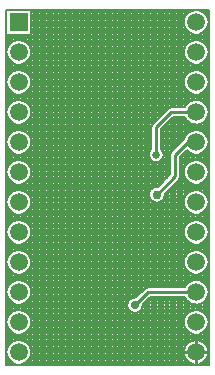
<source format=gbl>
*
%LPD*%
%LNMS 2x2D12 Adapter to DIL24_Rev1.0.GBL*%
%FSLAX24Y24*%
%MOIN*%
%AD*%
%ADD10C,0.00787*%
%ADD14C,0.01*%
%ADD15C,0.05906*%
%ADD16C,0.05906*%
%ADD17R,0.05906X0.05906*%
%ADD18C,0.02874*%
%ADD19C,0.02658*%
%ADD20C,0.02953*%
G54D10*
%SRX1Y1I0.0J0.0*%
G1X6323Y5000D2*
G1X6311Y5099D1*
G1X6275Y5192D1*
G1X6219Y5274D1*
G1X6144Y5340D1*
G1X6056Y5387D1*
G1X5959Y5410D1*
G1X5860Y5410D1*
G1X5763Y5387D1*
G1X5675Y5340D1*
G1X5600Y5274D1*
G1X5543Y5192D1*
G1X5508Y5099D1*
G1X5496Y5000D1*
G1X5508Y4901D1*
G1X5543Y4808D1*
G1X5600Y4726D1*
G1X5675Y4660D1*
G1X5763Y4614D1*
G1X5860Y4590D1*
G1X5959Y4590D1*
G1X6056Y4614D1*
G1X6144Y4660D1*
G1X6219Y4726D1*
G1X6275Y4808D1*
G1X6311Y4901D1*
G1X6323Y5000D1*
G1X6323Y4000D2*
G1X6311Y4099D1*
G1X6275Y4192D1*
G1X6219Y4274D1*
G1X6144Y4340D1*
G1X6056Y4387D1*
G1X5959Y4410D1*
G1X5860Y4410D1*
G1X5763Y4387D1*
G1X5675Y4340D1*
G1X5600Y4274D1*
G1X5543Y4192D1*
G1X5508Y4099D1*
G1X5496Y4000D1*
G1X5508Y3901D1*
G1X5543Y3808D1*
G1X5600Y3726D1*
G1X5675Y3660D1*
G1X5763Y3614D1*
G1X5860Y3590D1*
G1X5959Y3590D1*
G1X6056Y3614D1*
G1X6144Y3660D1*
G1X6219Y3726D1*
G1X6275Y3808D1*
G1X6311Y3901D1*
G1X6323Y4000D1*
G1X6323Y3000D2*
G1X6311Y3099D1*
G1X6275Y3192D1*
G1X6219Y3274D1*
G1X6144Y3340D1*
G1X6056Y3387D1*
G1X5959Y3410D1*
G1X5860Y3410D1*
G1X5763Y3387D1*
G1X5675Y3340D1*
G1X5600Y3274D1*
G1X5543Y3192D1*
G1X5508Y3099D1*
G1X5496Y3000D1*
G1X5508Y2901D1*
G1X5543Y2808D1*
G1X5600Y2726D1*
G1X5675Y2660D1*
G1X5763Y2614D1*
G1X5860Y2590D1*
G1X5959Y2590D1*
G1X6056Y2614D1*
G1X6144Y2660D1*
G1X6219Y2726D1*
G1X6275Y2808D1*
G1X6311Y2901D1*
G1X6323Y3000D1*
G1X6323Y2000D2*
G1X6310Y2101D1*
G1X6273Y2196D1*
G1X6214Y2280D1*
G1X6136Y2346D1*
G1X6045Y2391D1*
G1X5945Y2412D1*
G1X5843Y2408D1*
G1X5745Y2379D1*
G1X5657Y2327D1*
G1X5584Y2256D1*
G1X5532Y2168D1*
G1X5532Y1832D2*
G1X5584Y1745D1*
G1X5657Y1673D1*
G1X5745Y1621D1*
G1X5843Y1592D1*
G1X5945Y1588D1*
G1X6045Y1609D1*
G1X6136Y1654D1*
G1X6214Y1721D1*
G1X6273Y1804D1*
G1X6310Y1899D1*
G1X6323Y2000D1*
G1X6323Y1000D2*
G1X6311Y1098D1*
G1X6277Y1190D1*
G1X6221Y1271D1*
G1X6148Y1337D1*
G1X6062Y1384D1*
G1X5967Y1409D1*
G1X5868Y1411D1*
G1X5772Y1390D1*
G1X5684Y1347D1*
G1X5608Y1283D1*
G1X5550Y1204D1*
G1X5512Y1113D1*
G1X5600Y726D2*
G1X5675Y660D1*
G1X5763Y614D1*
G1X5860Y590D1*
G1X5959Y590D1*
G1X6056Y614D1*
G1X6144Y660D1*
G1X6219Y726D1*
G1X6275Y808D1*
G1X6311Y901D1*
G1X6323Y1000D1*
G1X6323Y0D2*
G1X6311Y99D1*
G1X6275Y192D1*
G1X6219Y274D1*
G1X6144Y340D1*
G1X6056Y387D1*
G1X5959Y410D1*
G1X5860Y410D1*
G1X5763Y387D1*
G1X5675Y340D1*
G1X5600Y274D1*
G1X5543Y192D1*
G1X5508Y99D1*
G1X5496Y0D1*
G1X5508Y-99D1*
G1X5543Y-192D1*
G1X5600Y-274D1*
G1X5675Y-340D1*
G1X5763Y-387D1*
G1X5860Y-410D1*
G1X5959Y-410D1*
G1X6056Y-387D1*
G1X6144Y-340D1*
G1X6219Y-274D1*
G1X6275Y-192D1*
G1X6311Y-99D1*
G1X6323Y0D1*
G1X5086Y2168D2*
G1X4967Y2119D1*
G1X5086Y2168D2*
G1X4967Y2119D1*
G1X4461Y1613D2*
G1X4412Y1494D1*
G1X4461Y1613D2*
G1X4412Y1494D1*
G1X5098Y699D2*
G1X5048Y580D1*
G1X5098Y699D2*
G1X5048Y580D1*
G1X5335Y-247D2*
G1X5385Y-129D1*
G1X5335Y-247D2*
G1X5385Y-129D1*
G1X4831Y580D2*
G1X4809Y682D1*
G1X4748Y767D1*
G1X4412Y767D2*
G1X4353Y687D1*
G1X4329Y591D1*
G1X4345Y493D1*
G1X4397Y408D1*
G1X4478Y351D1*
G1X4575Y329D1*
G1X4672Y347D1*
G1X4756Y401D1*
G1X4811Y483D1*
G1X4831Y580D1*
G1X6323Y-1000D2*
G1X6311Y-901D1*
G1X6275Y-808D1*
G1X6219Y-726D1*
G1X6144Y-660D1*
G1X6056Y-614D1*
G1X5959Y-590D1*
G1X5860Y-590D1*
G1X5763Y-614D1*
G1X5675Y-660D1*
G1X5600Y-726D1*
G1X5543Y-808D1*
G1X5508Y-901D1*
G1X5496Y-1000D1*
G1X5508Y-1099D1*
G1X5543Y-1192D1*
G1X5600Y-1274D1*
G1X5675Y-1340D1*
G1X5763Y-1387D1*
G1X5860Y-1410D1*
G1X5959Y-1410D1*
G1X6056Y-1387D1*
G1X6144Y-1340D1*
G1X6219Y-1274D1*
G1X6275Y-1192D1*
G1X6311Y-1099D1*
G1X6323Y-1000D1*
G1X6323Y-2000D2*
G1X6311Y-1901D1*
G1X6275Y-1808D1*
G1X6219Y-1726D1*
G1X6144Y-1660D1*
G1X6056Y-1614D1*
G1X5959Y-1590D1*
G1X5860Y-1590D1*
G1X5763Y-1614D1*
G1X5675Y-1660D1*
G1X5600Y-1726D1*
G1X5543Y-1808D1*
G1X5508Y-1901D1*
G1X5496Y-2000D1*
G1X5508Y-2099D1*
G1X5543Y-2192D1*
G1X5600Y-2274D1*
G1X5675Y-2340D1*
G1X5763Y-2387D1*
G1X5860Y-2410D1*
G1X5959Y-2410D1*
G1X6056Y-2387D1*
G1X6144Y-2340D1*
G1X6219Y-2274D1*
G1X6275Y-2192D1*
G1X6311Y-2099D1*
G1X6323Y-2000D1*
G1X6323Y-3000D2*
G1X6311Y-2901D1*
G1X6275Y-2808D1*
G1X6219Y-2726D1*
G1X6144Y-2660D1*
G1X6056Y-2614D1*
G1X5959Y-2590D1*
G1X5860Y-2590D1*
G1X5763Y-2614D1*
G1X5675Y-2660D1*
G1X5600Y-2726D1*
G1X5543Y-2808D1*
G1X5508Y-2901D1*
G1X5496Y-3000D1*
G1X5508Y-3099D1*
G1X5543Y-3192D1*
G1X5600Y-3274D1*
G1X5675Y-3340D1*
G1X5763Y-3387D1*
G1X5860Y-3410D1*
G1X5959Y-3410D1*
G1X6056Y-3387D1*
G1X6144Y-3340D1*
G1X6219Y-3274D1*
G1X6275Y-3192D1*
G1X6311Y-3099D1*
G1X6323Y-3000D1*
G1X6323Y-4000D2*
G1X6310Y-3899D1*
G1X6273Y-3804D1*
G1X6214Y-3721D1*
G1X6136Y-3654D1*
G1X6045Y-3609D1*
G1X5945Y-3588D1*
G1X5843Y-3592D1*
G1X5745Y-3621D1*
G1X5657Y-3673D1*
G1X5584Y-3745D1*
G1X5532Y-3832D1*
G1X5532Y-4168D2*
G1X5584Y-4256D1*
G1X5657Y-4327D1*
G1X5745Y-4379D1*
G1X5843Y-4408D1*
G1X5945Y-4412D1*
G1X6045Y-4391D1*
G1X6136Y-4346D1*
G1X6214Y-4280D1*
G1X6273Y-4196D1*
G1X6310Y-4101D1*
G1X6323Y-4000D1*
G1X6323Y-5000D2*
G1X6311Y-4901D1*
G1X6275Y-4808D1*
G1X6219Y-4726D1*
G1X6144Y-4660D1*
G1X6056Y-4614D1*
G1X5959Y-4590D1*
G1X5860Y-4590D1*
G1X5763Y-4614D1*
G1X5675Y-4660D1*
G1X5600Y-4726D1*
G1X5543Y-4808D1*
G1X5508Y-4901D1*
G1X5496Y-5000D1*
G1X5508Y-5099D1*
G1X5543Y-5192D1*
G1X5600Y-5274D1*
G1X5675Y-5340D1*
G1X5763Y-5387D1*
G1X5860Y-5410D1*
G1X5959Y-5410D1*
G1X6056Y-5387D1*
G1X6144Y-5340D1*
G1X6219Y-5274D1*
G1X6275Y-5192D1*
G1X6311Y-5099D1*
G1X6323Y-5000D1*
G1X6323Y-6000D2*
G1X6311Y-5901D1*
G1X6275Y-5808D1*
G1X6219Y-5726D1*
G1X6144Y-5660D1*
G1X6056Y-5614D1*
G1X5959Y-5590D1*
G1X5860Y-5590D1*
G1X5763Y-5614D1*
G1X5675Y-5660D1*
G1X5600Y-5726D1*
G1X5543Y-5808D1*
G1X5508Y-5901D1*
G1X5496Y-6000D1*
G1X5508Y-6099D1*
G1X5543Y-6192D1*
G1X5600Y-6274D1*
G1X5675Y-6340D1*
G1X5763Y-6387D1*
G1X5860Y-6410D1*
G1X5959Y-6410D1*
G1X6056Y-6387D1*
G1X6144Y-6340D1*
G1X6219Y-6274D1*
G1X6275Y-6192D1*
G1X6311Y-6099D1*
G1X6323Y-6000D1*
G1X4623Y-485D2*
G1X4525Y-493D1*
G1X4437Y-536D1*
G1X4371Y-608D1*
G1X4335Y-699D1*
G1X4335Y-797D1*
G1X4370Y-888D1*
G1X4435Y-960D1*
G1X4523Y-1004D1*
G1X4620Y-1014D1*
G1X4714Y-987D1*
G1X4792Y-928D1*
G1X4844Y-845D1*
G1X4862Y-749D1*
G1X4309Y-3832D2*
G1X4190Y-3881D1*
G1X4309Y-3832D2*
G1X4190Y-3881D1*
G1X3900Y-4171D2*
G1X3805Y-4180D1*
G1X3719Y-4223D1*
G1X3654Y-4294D1*
G1X3620Y-4384D1*
G1X3620Y-4480D1*
G1X3655Y-4570D1*
G1X3720Y-4641D1*
G1X3806Y-4683D1*
G1X3902Y-4692D1*
G1X3994Y-4666D1*
G1X4071Y-4608D1*
G1X4121Y-4526D1*
G1X4139Y-4431D1*
G1X413Y4000D2*
G1X401Y4099D1*
G1X366Y4192D1*
G1X309Y4274D1*
G1X235Y4340D1*
G1X147Y4387D1*
G1X50Y4410D1*
G1X-50Y4410D1*
G1X-147Y4387D1*
G1X-235Y4340D1*
G1X-309Y4274D1*
G1X-366Y4192D1*
G1X-401Y4099D1*
G1X-413Y4000D1*
G1X-401Y3901D1*
G1X-366Y3808D1*
G1X-309Y3726D1*
G1X-235Y3660D1*
G1X-147Y3614D1*
G1X-50Y3590D1*
G1X50Y3590D1*
G1X147Y3614D1*
G1X235Y3660D1*
G1X309Y3726D1*
G1X366Y3808D1*
G1X401Y3901D1*
G1X413Y4000D1*
G1X413Y3000D2*
G1X401Y3099D1*
G1X366Y3192D1*
G1X309Y3274D1*
G1X235Y3340D1*
G1X147Y3387D1*
G1X50Y3410D1*
G1X-50Y3410D1*
G1X-147Y3387D1*
G1X-235Y3340D1*
G1X-309Y3274D1*
G1X-366Y3192D1*
G1X-401Y3099D1*
G1X-413Y3000D1*
G1X-401Y2901D1*
G1X-366Y2808D1*
G1X-309Y2726D1*
G1X-235Y2660D1*
G1X-147Y2614D1*
G1X-50Y2590D1*
G1X50Y2590D1*
G1X147Y2614D1*
G1X235Y2660D1*
G1X309Y2726D1*
G1X366Y2808D1*
G1X401Y2901D1*
G1X413Y3000D1*
G1X413Y2000D2*
G1X401Y2099D1*
G1X366Y2192D1*
G1X309Y2274D1*
G1X235Y2340D1*
G1X147Y2387D1*
G1X50Y2410D1*
G1X-50Y2410D1*
G1X-147Y2387D1*
G1X-235Y2340D1*
G1X-309Y2274D1*
G1X-366Y2192D1*
G1X-401Y2099D1*
G1X-413Y2000D1*
G1X-401Y1901D1*
G1X-366Y1808D1*
G1X-309Y1726D1*
G1X-235Y1660D1*
G1X-147Y1614D1*
G1X-50Y1590D1*
G1X50Y1590D1*
G1X147Y1614D1*
G1X235Y1660D1*
G1X309Y1726D1*
G1X366Y1808D1*
G1X401Y1901D1*
G1X413Y2000D1*
G1X413Y1000D2*
G1X401Y1099D1*
G1X366Y1192D1*
G1X309Y1274D1*
G1X235Y1340D1*
G1X147Y1387D1*
G1X50Y1410D1*
G1X-50Y1410D1*
G1X-147Y1387D1*
G1X-235Y1340D1*
G1X-309Y1274D1*
G1X-366Y1192D1*
G1X-401Y1099D1*
G1X-413Y1000D1*
G1X-401Y901D1*
G1X-366Y808D1*
G1X-309Y726D1*
G1X-235Y660D1*
G1X-147Y614D1*
G1X-50Y590D1*
G1X50Y590D1*
G1X147Y614D1*
G1X235Y660D1*
G1X309Y726D1*
G1X366Y808D1*
G1X401Y901D1*
G1X413Y1000D1*
G1X413Y0D2*
G1X401Y99D1*
G1X366Y192D1*
G1X309Y274D1*
G1X235Y340D1*
G1X147Y387D1*
G1X50Y410D1*
G1X-50Y410D1*
G1X-147Y387D1*
G1X-235Y340D1*
G1X-309Y274D1*
G1X-366Y192D1*
G1X-401Y99D1*
G1X-413Y0D1*
G1X-401Y-99D1*
G1X-366Y-192D1*
G1X-309Y-274D1*
G1X-235Y-340D1*
G1X-147Y-387D1*
G1X-50Y-410D1*
G1X50Y-410D1*
G1X147Y-387D1*
G1X235Y-340D1*
G1X309Y-274D1*
G1X366Y-192D1*
G1X401Y-99D1*
G1X413Y0D1*
G1X413Y-1000D2*
G1X401Y-901D1*
G1X366Y-808D1*
G1X309Y-726D1*
G1X235Y-660D1*
G1X147Y-614D1*
G1X50Y-590D1*
G1X-50Y-590D1*
G1X-147Y-614D1*
G1X-235Y-660D1*
G1X-309Y-726D1*
G1X-366Y-808D1*
G1X-401Y-901D1*
G1X-413Y-1000D1*
G1X-401Y-1099D1*
G1X-366Y-1192D1*
G1X-309Y-1274D1*
G1X-235Y-1340D1*
G1X-147Y-1387D1*
G1X-50Y-1410D1*
G1X50Y-1410D1*
G1X147Y-1387D1*
G1X235Y-1340D1*
G1X309Y-1274D1*
G1X366Y-1192D1*
G1X401Y-1099D1*
G1X413Y-1000D1*
G1X413Y-2000D2*
G1X401Y-1901D1*
G1X366Y-1808D1*
G1X309Y-1726D1*
G1X235Y-1660D1*
G1X147Y-1614D1*
G1X50Y-1590D1*
G1X-50Y-1590D1*
G1X-147Y-1614D1*
G1X-235Y-1660D1*
G1X-309Y-1726D1*
G1X-366Y-1808D1*
G1X-401Y-1901D1*
G1X-413Y-2000D1*
G1X-401Y-2099D1*
G1X-366Y-2192D1*
G1X-309Y-2274D1*
G1X-235Y-2340D1*
G1X-147Y-2387D1*
G1X-50Y-2410D1*
G1X50Y-2410D1*
G1X147Y-2387D1*
G1X235Y-2340D1*
G1X309Y-2274D1*
G1X366Y-2192D1*
G1X401Y-2099D1*
G1X413Y-2000D1*
G1X413Y-3000D2*
G1X401Y-2901D1*
G1X366Y-2808D1*
G1X309Y-2726D1*
G1X235Y-2660D1*
G1X147Y-2614D1*
G1X50Y-2590D1*
G1X-50Y-2590D1*
G1X-147Y-2614D1*
G1X-235Y-2660D1*
G1X-309Y-2726D1*
G1X-366Y-2808D1*
G1X-401Y-2901D1*
G1X-413Y-3000D1*
G1X-401Y-3099D1*
G1X-366Y-3192D1*
G1X-309Y-3274D1*
G1X-235Y-3340D1*
G1X-147Y-3387D1*
G1X-50Y-3410D1*
G1X50Y-3410D1*
G1X147Y-3387D1*
G1X235Y-3340D1*
G1X309Y-3274D1*
G1X366Y-3192D1*
G1X401Y-3099D1*
G1X413Y-3000D1*
G1X413Y-4000D2*
G1X401Y-3901D1*
G1X366Y-3808D1*
G1X309Y-3726D1*
G1X235Y-3660D1*
G1X147Y-3614D1*
G1X50Y-3590D1*
G1X-50Y-3590D1*
G1X-147Y-3614D1*
G1X-235Y-3660D1*
G1X-309Y-3726D1*
G1X-366Y-3808D1*
G1X-401Y-3901D1*
G1X-413Y-4000D1*
G1X-401Y-4099D1*
G1X-366Y-4192D1*
G1X-309Y-4274D1*
G1X-235Y-4340D1*
G1X-147Y-4387D1*
G1X-50Y-4410D1*
G1X50Y-4410D1*
G1X147Y-4387D1*
G1X235Y-4340D1*
G1X309Y-4274D1*
G1X366Y-4192D1*
G1X401Y-4099D1*
G1X413Y-4000D1*
G1X413Y-5000D2*
G1X401Y-4901D1*
G1X366Y-4808D1*
G1X309Y-4726D1*
G1X235Y-4660D1*
G1X147Y-4614D1*
G1X50Y-4590D1*
G1X-50Y-4590D1*
G1X-147Y-4614D1*
G1X-235Y-4660D1*
G1X-309Y-4726D1*
G1X-366Y-4808D1*
G1X-401Y-4901D1*
G1X-413Y-5000D1*
G1X-401Y-5099D1*
G1X-366Y-5192D1*
G1X-309Y-5274D1*
G1X-235Y-5340D1*
G1X-147Y-5387D1*
G1X-50Y-5410D1*
G1X50Y-5410D1*
G1X147Y-5387D1*
G1X235Y-5340D1*
G1X309Y-5274D1*
G1X366Y-5192D1*
G1X401Y-5099D1*
G1X413Y-5000D1*
G1X413Y-6000D2*
G1X401Y-5901D1*
G1X366Y-5808D1*
G1X309Y-5726D1*
G1X235Y-5660D1*
G1X147Y-5614D1*
G1X50Y-5590D1*
G1X-50Y-5590D1*
G1X-147Y-5614D1*
G1X-235Y-5660D1*
G1X-309Y-5726D1*
G1X-366Y-5808D1*
G1X-401Y-5901D1*
G1X-413Y-6000D1*
G1X-401Y-6099D1*
G1X-366Y-6192D1*
G1X-309Y-6274D1*
G1X-235Y-6340D1*
G1X-147Y-6387D1*
G1X-50Y-6410D1*
G1X50Y-6410D1*
G1X147Y-6387D1*
G1X235Y-6340D1*
G1X309Y-6274D1*
G1X366Y-6192D1*
G1X401Y-6099D1*
G1X413Y-6000D1*
G1X6235Y5255D2*
G1X6331Y5255D1*
G1X6318Y5064D2*
G1X6318Y5418D1*
G1X6154Y5333D2*
G1X6331Y5333D1*
G1X6197Y4703D2*
G1X6331Y4703D1*
G1X6252Y4231D2*
G1X6331Y4231D1*
G1X6183Y4310D2*
G1X6331Y4310D1*
G1X6239Y5249D2*
G1X6239Y5418D1*
G1X6318Y4064D2*
G1X6318Y4936D1*
G1X6160Y5329D2*
G1X6160Y5418D1*
G1X6239Y4249D2*
G1X6239Y4751D1*
G1X6245Y3759D2*
G1X6331Y3759D1*
G1X6160Y4329D2*
G1X6160Y4672D1*
G1X6171Y3680D2*
G1X6331Y3680D1*
G1X6318Y3064D2*
G1X6318Y3936D1*
G1X6104Y3365D2*
G1X6331Y3365D1*
G1X6208Y3286D2*
G1X6331Y3286D1*
G1X6227Y2735D2*
G1X6331Y2735D1*
G1X6139Y2656D2*
G1X6331Y2656D1*
G1X6239Y3249D2*
G1X6239Y3751D1*
G1X6318Y2064D2*
G1X6318Y2936D1*
G1X6160Y3329D2*
G1X6160Y3672D1*
G1X6160Y2329D2*
G1X6160Y2672D1*
G1X6239Y2249D2*
G1X6239Y2751D1*
G1X6143Y2341D2*
G1X6331Y2341D1*
G1X5942Y5412D2*
G1X6331Y5412D1*
G1X6083Y4625D2*
G1X6331Y4625D1*
G1X6051Y4388D2*
G1X6331Y4388D1*
G1X6018Y3601D2*
G1X6331Y3601D1*
G1X6003Y4403D2*
G1X6003Y4597D1*
G1X6082Y4376D2*
G1X6082Y4624D1*
G1X5767Y4388D2*
G1X5767Y4612D1*
G1X5924Y4413D2*
G1X5924Y4587D1*
G1X6003Y3403D2*
G1X6003Y3597D1*
G1X5845Y4408D2*
G1X5845Y4592D1*
G1X5924Y3413D2*
G1X5924Y3587D1*
G1X6082Y3376D2*
G1X6082Y3624D1*
G1X6003Y2403D2*
G1X6003Y2597D1*
G1X6082Y2376D2*
G1X6082Y2624D1*
G1X5845Y3408D2*
G1X5845Y3592D1*
G1X5767Y3388D2*
G1X5767Y3612D1*
G1X5767Y2388D2*
G1X5767Y2612D1*
G1X5924Y2413D2*
G1X5924Y2587D1*
G1X5845Y2408D2*
G1X5845Y2592D1*
G1X6229Y2263D2*
G1X6331Y2263D1*
G1X6205Y1711D2*
G1X6331Y1711D1*
G1X6099Y1633D2*
G1X6331Y1633D1*
G1X6174Y1318D2*
G1X6331Y1318D1*
G1X6247Y1239D2*
G1X6331Y1239D1*
G1X6027Y1396D2*
G1X6331Y1396D1*
G1X6239Y1249D2*
G1X6239Y1751D1*
G1X6318Y1064D2*
G1X6318Y1936D1*
G1X6160Y1329D2*
G1X6160Y1672D1*
G1X6082Y1376D2*
G1X6082Y1624D1*
G1X6250Y766D2*
G1X6331Y766D1*
G1X6003Y1403D2*
G1X6003Y1597D1*
G1X6180Y688D2*
G1X6331Y688D1*
G1X6318Y64D2*
G1X6318Y936D1*
G1X6043Y609D2*
G1X6331Y609D1*
G1X6200Y294D2*
G1X6331Y294D1*
G1X6233Y-257D2*
G1X6331Y-257D1*
G1X6088Y373D2*
G1X6331Y373D1*
G1X6160Y329D2*
G1X6160Y672D1*
G1X6239Y249D2*
G1X6239Y751D1*
G1X6082Y376D2*
G1X6082Y624D1*
G1X6150Y-336D2*
G1X6331Y-336D1*
G1X6082Y-624D2*
G1X6082Y-376D1*
G1X6003Y403D2*
G1X6003Y597D1*
G1X4878Y1554D2*
G1X6331Y1554D1*
G1X4799Y1475D2*
G1X6331Y1475D1*
G1X5404Y530D2*
G1X6331Y530D1*
G1X5924Y1413D2*
G1X5924Y1587D1*
G1X5845Y1408D2*
G1X5845Y1592D1*
G1X5767Y1388D2*
G1X5767Y1612D1*
G1X5483Y609D2*
G1X5775Y609D1*
G1X5385Y451D2*
G1X6331Y451D1*
G1X4748Y1396D2*
G1X5792Y1396D1*
G1X5924Y413D2*
G1X5924Y587D1*
G1X5168Y-415D2*
G1X6331Y-415D1*
G1X5089Y-493D2*
G1X6331Y-493D1*
G1X6003Y-597D2*
G1X6003Y-403D1*
G1X5011Y-572D2*
G1X6331Y-572D1*
G1X5845Y408D2*
G1X5845Y592D1*
G1X5767Y388D2*
G1X5767Y612D1*
G1X5385Y373D2*
G1X5731Y373D1*
G1X5924Y-587D2*
G1X5924Y-413D1*
G1X5845Y-592D2*
G1X5845Y-408D1*
G1X5609Y5284D2*
G1X5609Y5418D1*
G1X5688Y4349D2*
G1X5688Y4651D1*
G1X5609Y4284D2*
G1X5609Y4716D1*
G1X5688Y3349D2*
G1X5688Y3651D1*
G1X5688Y2349D2*
G1X5688Y2651D1*
G1X5609Y3284D2*
G1X5609Y3716D1*
G1X5530Y5165D2*
G1X5530Y5418D1*
G1X5530Y4165D2*
G1X5530Y4835D1*
G1X5452Y2168D2*
G1X5452Y5418D1*
G1X5530Y3165D2*
G1X5530Y3835D1*
G1X5609Y2284D2*
G1X5609Y2716D1*
G1X5530Y2168D2*
G1X5530Y2835D1*
G1X5373Y2168D2*
G1X5373Y5418D1*
G1X5530Y1165D2*
G1X5530Y1832D1*
G1X5156Y1832D2*
G1X5532Y1832D1*
G1X5688Y1349D2*
G1X5688Y1651D1*
G1X5609Y1284D2*
G1X5609Y1716D1*
G1X5452Y1053D2*
G1X5452Y1832D1*
G1X5294Y2168D2*
G1X5294Y5418D1*
G1X5215Y2168D2*
G1X5215Y5418D1*
G1X5137Y2168D2*
G1X5137Y5418D1*
G1X5373Y975D2*
G1X5373Y1832D1*
G1X5294Y896D2*
G1X5294Y1832D1*
G1X5215Y817D2*
G1X5215Y1832D1*
G1X5086Y2168D2*
G1X5532Y2168D1*
G1X5058Y2166D2*
G1X5058Y5418D1*
G1X5114Y1790D2*
G1X5553Y1790D1*
G1X5035Y1711D2*
G1X5614Y1711D1*
G1X4979Y2130D2*
G1X4979Y5418D1*
G1X4901Y2052D2*
G1X4901Y5418D1*
G1X4822Y1973D2*
G1X4822Y5418D1*
G1X4743Y1895D2*
G1X4743Y5418D1*
G1X4664Y1816D2*
G1X4664Y5418D1*
G1X4586Y1737D2*
G1X4586Y5418D1*
G1X4748Y1424D2*
G1X5156Y1832D1*
G1X5137Y738D2*
G1X5137Y1813D1*
G1X4461Y1613D2*
G1X4967Y2119D1*
G1X5058Y636D2*
G1X5058Y1734D1*
G1X4979Y-128D2*
G1X4979Y1655D1*
G1X4956Y1633D2*
G1X5720Y1633D1*
G1X4507Y1658D2*
G1X4507Y5418D1*
G1X4428Y1566D2*
G1X4428Y5418D1*
G1X4349Y679D2*
G1X4349Y5418D1*
G1X5688Y349D2*
G1X5688Y651D1*
G1X5609Y284D2*
G1X5609Y716D1*
G1X5385Y511D2*
G1X5600Y726D1*
G1X5385Y294D2*
G1X5619Y294D1*
G1X5530Y165D2*
G1X5530Y657D1*
G1X5385Y215D2*
G1X5556Y215D1*
G1X5098Y699D2*
G1X5512Y1113D1*
G1X4822Y648D2*
G1X4822Y1498D1*
G1X5385Y137D2*
G1X5519Y137D1*
G1X4829Y609D2*
G1X5051Y609D1*
G1X5385Y58D2*
G1X5500Y58D1*
G1X5385Y-21D2*
G1X5497Y-21D1*
G1X5385Y-100D2*
G1X5508Y-100D1*
G1X5377Y-179D2*
G1X5537Y-179D1*
G1X5326Y-257D2*
G1X5586Y-257D1*
G1X5247Y-336D2*
G1X5669Y-336D1*
G1X5048Y-59D2*
G1X5048Y580D1*
G1X5385Y-129D2*
G1X5385Y511D1*
G1X4901Y-207D2*
G1X4901Y1577D1*
G1X4748Y1318D2*
G1X5645Y1318D1*
G1X4748Y1239D2*
G1X5572Y1239D1*
G1X4748Y1160D2*
G1X5528Y1160D1*
G1X4748Y1081D2*
G1X5480Y1081D1*
G1X4748Y1003D2*
G1X5401Y1003D1*
G1X4748Y924D2*
G1X5322Y924D1*
G1X4748Y845D2*
G1X5244Y845D1*
G1X4748Y767D2*
G1X4748Y1424D1*
G1X4412Y767D2*
G1X4412Y1494D1*
G1X4748Y766D2*
G1X5165Y766D1*
G1X4807Y688D2*
G1X5087Y688D1*
G1X4826Y530D2*
G1X5048Y530D1*
G1X4822Y-286D2*
G1X4822Y513D1*
G1X4795Y451D2*
G1X5048Y451D1*
G1X4721Y373D2*
G1X5048Y373D1*
G1X4623Y-485D2*
G1X5048Y-59D1*
G1X4743Y-364D2*
G1X4743Y389D1*
G1X4664Y-443D2*
G1X4664Y344D1*
G1X4428Y-543D2*
G1X4428Y381D1*
G1X4586Y-483D2*
G1X4586Y329D1*
G1X4507Y-499D2*
G1X4507Y340D1*
G1X6222Y-730D2*
G1X6331Y-730D1*
G1X6318Y-936D2*
G1X6318Y-64D1*
G1X6131Y-651D2*
G1X6331Y-651D1*
G1X6213Y-1281D2*
G1X6331Y-1281D1*
G1X6164Y-1675D2*
G1X6331Y-1675D1*
G1X6113Y-1360D2*
G1X6331Y-1360D1*
G1X6239Y-751D2*
G1X6239Y-249D1*
G1X6239Y-1751D2*
G1X6239Y-1249D1*
G1X6160Y-672D2*
G1X6160Y-329D1*
G1X6160Y-1672D2*
G1X6160Y-1329D1*
G1X6241Y-1753D2*
G1X6331Y-1753D1*
G1X6082Y-1624D2*
G1X6082Y-1376D1*
G1X6318Y-1936D2*
G1X6318Y-1064D1*
G1X6318Y-2936D2*
G1X6318Y-2064D1*
G1X6189Y-2305D2*
G1X6331Y-2305D1*
G1X6192Y-2698D2*
G1X6331Y-2698D1*
G1X6239Y-3249D2*
G1X6331Y-3249D1*
G1X6161Y-3328D2*
G1X6331Y-3328D1*
G1X6239Y-2751D2*
G1X6239Y-2249D1*
G1X6331Y-6422D2*
G1X6331Y5418D1*
G1X6160Y-2672D2*
G1X6160Y-2329D1*
G1X6239Y-3751D2*
G1X6239Y-3249D1*
G1X6318Y-3936D2*
G1X6318Y-3064D1*
G1X6160Y-3672D2*
G1X6160Y-3329D1*
G1X6003Y-1597D2*
G1X6003Y-1403D1*
G1X5924Y-1587D2*
G1X5924Y-1413D1*
G1X5996Y-1596D2*
G1X6331Y-1596D1*
G1X6064Y-2383D2*
G1X6331Y-2383D1*
G1X5767Y-612D2*
G1X5767Y-388D1*
G1X5688Y-651D2*
G1X5688Y-349D1*
G1X4932Y-651D2*
G1X5688Y-651D1*
G1X5845Y-1592D2*
G1X5845Y-1408D1*
G1X5767Y-1612D2*
G1X5767Y-1388D1*
G1X5688Y-1651D2*
G1X5688Y-1349D1*
G1X6003Y-2597D2*
G1X6003Y-2403D1*
G1X6082Y-2624D2*
G1X6082Y-2376D1*
G1X6071Y-2619D2*
G1X6331Y-2619D1*
G1X6082Y-3624D2*
G1X6082Y-3376D1*
G1X5983Y-3407D2*
G1X6331Y-3407D1*
G1X5924Y-2587D2*
G1X5924Y-2413D1*
G1X5845Y-2592D2*
G1X5845Y-2408D1*
G1X5767Y-2612D2*
G1X5767Y-2388D1*
G1X6003Y-3597D2*
G1X6003Y-3403D1*
G1X5767Y-3612D2*
G1X5767Y-3388D1*
G1X6215Y-3722D2*
G1X6331Y-3722D1*
G1X6220Y-4273D2*
G1X6331Y-4273D1*
G1X6118Y-3643D2*
G1X6331Y-3643D1*
G1X6154Y-4667D2*
G1X6331Y-4667D1*
G1X6235Y-4745D2*
G1X6331Y-4745D1*
G1X6127Y-4352D2*
G1X6331Y-4352D1*
G1X6239Y-4751D2*
G1X6239Y-4249D1*
G1X6318Y-4936D2*
G1X6318Y-4064D1*
G1X6160Y-4672D2*
G1X6160Y-4329D1*
G1X6082Y-4624D2*
G1X6082Y-4376D1*
G1X6197Y-5297D2*
G1X6331Y-5297D1*
G1X6083Y-5375D2*
G1X6331Y-5375D1*
G1X6183Y-5690D2*
G1X6331Y-5690D1*
G1X6318Y-5936D2*
G1X6318Y-5064D1*
G1X6051Y-5612D2*
G1X6331Y-5612D1*
G1X6252Y-5769D2*
G1X6331Y-5769D1*
G1X6245Y-6242D2*
G1X6331Y-6242D1*
G1X6171Y-6320D2*
G1X6331Y-6320D1*
G1X6160Y-5672D2*
G1X6160Y-5329D1*
G1X6239Y-5751D2*
G1X6239Y-5249D1*
G1X6082Y-5624D2*
G1X6082Y-5376D1*
G1X6318Y-6422D2*
G1X6318Y-6064D1*
G1X6239Y-6422D2*
G1X6239Y-6249D1*
G1X6160Y-6422D2*
G1X6160Y-6329D1*
G1X5924Y-3587D2*
G1X5924Y-3413D1*
G1X6003Y-4597D2*
G1X6003Y-4403D1*
G1X5942Y-4588D2*
G1X6331Y-4588D1*
G1X4127Y-4509D2*
G1X6331Y-4509D1*
G1X5845Y-3592D2*
G1X5845Y-3408D1*
G1X5924Y-4587D2*
G1X5924Y-4413D1*
G1X4195Y-4352D2*
G1X5692Y-4352D1*
G1X5845Y-4592D2*
G1X5845Y-4408D1*
G1X5767Y-4612D2*
G1X5767Y-4388D1*
G1X4087Y-4588D2*
G1X5877Y-4588D1*
G1X6003Y-5597D2*
G1X6003Y-5403D1*
G1X5924Y-5587D2*
G1X5924Y-5413D1*
G1X6018Y-6399D2*
G1X6331Y-6399D1*
G1X5845Y-5592D2*
G1X5845Y-5408D1*
G1X5767Y-5612D2*
G1X5767Y-5388D1*
G1X5609Y-716D2*
G1X5609Y-284D1*
G1X5530Y-835D2*
G1X5530Y-165D1*
G1X4855Y-808D2*
G1X5543Y-808D1*
G1X5609Y-1716D2*
G1X5609Y-1284D1*
G1X5609Y-2716D2*
G1X5609Y-2284D1*
G1X5530Y-1835D2*
G1X5530Y-1165D1*
G1X5452Y-3832D2*
G1X5452Y578D1*
G1X5373Y-3832D2*
G1X5373Y-190D1*
G1X4860Y-722D2*
G1X5335Y-247D1*
G1X4823Y-887D2*
G1X5512Y-887D1*
G1X5530Y-2835D2*
G1X5530Y-2165D1*
G1X4750Y-966D2*
G1X5497Y-966D1*
G1X5294Y-3832D2*
G1X5294Y-289D1*
G1X5215Y-3832D2*
G1X5215Y-367D1*
G1X5137Y-3832D2*
G1X5137Y-446D1*
G1X5058Y-3832D2*
G1X5058Y-525D1*
G1X4979Y-3832D2*
G1X4979Y-604D1*
G1X4901Y-3832D2*
G1X4901Y-682D1*
G1X4822Y-3832D2*
G1X4822Y-889D1*
G1X4743Y-3832D2*
G1X4743Y-970D1*
G1X4428Y-3832D2*
G1X4428Y-955D1*
G1X4664Y-3832D2*
G1X4664Y-1006D1*
G1X4586Y-3832D2*
G1X4586Y-1015D1*
G1X4507Y-3832D2*
G1X4507Y-999D1*
G1X4271Y-3836D2*
G1X4271Y5418D1*
G1X4192Y-3879D2*
G1X4192Y5418D1*
G1X4113Y-3958D2*
G1X4113Y5418D1*
G1X4349Y-650D2*
G1X4349Y481D1*
G1X4349Y-3832D2*
G1X4349Y-848D1*
G1X4034Y-4037D2*
G1X4034Y5418D1*
G1X3956Y-4115D2*
G1X3956Y5418D1*
G1X3877Y-4170D2*
G1X3877Y5418D1*
G1X3798Y-4182D2*
G1X3798Y5418D1*
G1X3719Y-4223D2*
G1X3719Y5418D1*
G1X3641Y-4319D2*
G1X3641Y5418D1*
G1X3562Y-6422D2*
G1X3562Y5418D1*
G1X3483Y-6422D2*
G1X3483Y5418D1*
G1X3404Y-6422D2*
G1X3404Y5418D1*
G1X3326Y-6422D2*
G1X3326Y5418D1*
G1X3247Y-6422D2*
G1X3247Y5418D1*
G1X3168Y-6422D2*
G1X3168Y5418D1*
G1X3089Y-6422D2*
G1X3089Y5418D1*
G1X3011Y-6422D2*
G1X3011Y5418D1*
G1X2932Y-6422D2*
G1X2932Y5418D1*
G1X2853Y-6422D2*
G1X2853Y5418D1*
G1X2775Y-6422D2*
G1X2775Y5418D1*
G1X5688Y-2651D2*
G1X5688Y-2349D1*
G1X5688Y-3651D2*
G1X5688Y-3349D1*
G1X5609Y-3716D2*
G1X5609Y-3284D1*
G1X5688Y-4651D2*
G1X5688Y-4349D1*
G1X5688Y-5651D2*
G1X5688Y-5349D1*
G1X5609Y-4716D2*
G1X5609Y-4284D1*
G1X5530Y-3832D2*
G1X5530Y-3165D1*
G1X5530Y-4835D2*
G1X5530Y-4168D1*
G1X5530Y-5835D2*
G1X5530Y-5165D1*
G1X5609Y-5716D2*
G1X5609Y-5284D1*
G1X5609Y-6422D2*
G1X5609Y-6284D1*
G1X5530Y-6422D2*
G1X5530Y-6165D1*
G1X5452Y-6422D2*
G1X5452Y-4168D1*
G1X5373Y-6422D2*
G1X5373Y-4168D1*
G1X5294Y-6422D2*
G1X5294Y-4168D1*
G1X5215Y-6422D2*
G1X5215Y-4168D1*
G1X5137Y-6422D2*
G1X5137Y-4168D1*
G1X5058Y-6422D2*
G1X5058Y-4168D1*
G1X4979Y-6422D2*
G1X4979Y-4168D1*
G1X4901Y-6422D2*
G1X4901Y-4168D1*
G1X4822Y-6422D2*
G1X4822Y-4168D1*
G1X4743Y-6422D2*
G1X4743Y-4168D1*
G1X4664Y-6422D2*
G1X4664Y-4168D1*
G1X4378Y-4168D2*
G1X5532Y-4168D1*
G1X4586Y-6422D2*
G1X4586Y-4168D1*
G1X4309Y-3832D2*
G1X5532Y-3832D1*
G1X4352Y-4194D2*
G1X5544Y-4194D1*
G1X4273Y-4273D2*
G1X5599Y-4273D1*
G1X3992Y-4667D2*
G1X5665Y-4667D1*
G1X3900Y-4171D2*
G1X4190Y-3881D1*
G1X4138Y-4408D2*
G1X4378Y-4168D1*
G1X4507Y-6422D2*
G1X4507Y-4168D1*
G1X4428Y-6422D2*
G1X4428Y-4168D1*
G1X4349Y-6422D2*
G1X4349Y-4197D1*
G1X4271Y-6422D2*
G1X4271Y-4276D1*
G1X4192Y-6422D2*
G1X4192Y-4355D1*
G1X4113Y-6422D2*
G1X4113Y-4545D1*
G1X4034Y-6422D2*
G1X4034Y-4641D1*
G1X3956Y-6422D2*
G1X3956Y-4681D1*
G1X3719Y-6422D2*
G1X3719Y-4640D1*
G1X3641Y-6422D2*
G1X3641Y-4544D1*
G1X3877Y-6422D2*
G1X3877Y-4693D1*
G1X3798Y-6422D2*
G1X3798Y-4681D1*
G1X413Y5412D2*
G1X5876Y5412D1*
G1X413Y5333D2*
G1X5665Y5333D1*
G1X413Y5255D2*
G1X5584Y5255D1*
G1X413Y5176D2*
G1X5535Y5176D1*
G1X413Y4703D2*
G1X5621Y4703D1*
G1X413Y4625D2*
G1X5736Y4625D1*
G1X413Y5097D2*
G1X5508Y5097D1*
G1X413Y4587D2*
G1X413Y5413D1*
G1X413Y5018D2*
G1X5496Y5018D1*
G1X413Y4940D2*
G1X5500Y4940D1*
G1X413Y4861D2*
G1X5520Y4861D1*
G1X413Y4782D2*
G1X5558Y4782D1*
G1X407Y4074D2*
G1X5503Y4074D1*
G1X413Y3995D2*
G1X5496Y3995D1*
G1X384Y4152D2*
G1X5525Y4152D1*
G1X405Y3916D2*
G1X5505Y3916D1*
G1X380Y3837D2*
G1X5529Y3837D1*
G1X369Y2814D2*
G1X5540Y2814D1*
G1X412Y4030D2*
G1X412Y4587D1*
G1X412Y3030D2*
G1X412Y3970D1*
G1X393Y3129D2*
G1X5517Y3129D1*
G1X410Y3050D2*
G1X5499Y3050D1*
G1X412Y2971D2*
G1X5497Y2971D1*
G1X399Y2892D2*
G1X5510Y2892D1*
G1X-417Y5418D2*
G1X6331Y5418D1*
G1X-417Y4546D2*
G1X6331Y4546D1*
G1X-417Y4467D2*
G1X6331Y4467D1*
G1X141Y4388D2*
G1X5768Y4388D1*
G1X274Y4310D2*
G1X5636Y4310D1*
G1X108Y3601D2*
G1X5801Y3601D1*
G1X-413Y5413D2*
G1X413Y5413D1*
G1X-413Y4587D2*
G1X413Y4587D1*
G1X343Y4231D2*
G1X5567Y4231D1*
G1X336Y3759D2*
G1X5574Y3759D1*
G1X261Y3680D2*
G1X5648Y3680D1*
G1X-417Y3522D2*
G1X6331Y3522D1*
G1X194Y3365D2*
G1X5715Y3365D1*
G1X-417Y3444D2*
G1X6331Y3444D1*
G1X-417Y2577D2*
G1X6331Y2577D1*
G1X-417Y2499D2*
G1X6331Y2499D1*
G1X-417Y2420D2*
G1X6331Y2420D1*
G1X298Y3286D2*
G1X5611Y3286D1*
G1X358Y3207D2*
G1X5552Y3207D1*
G1X317Y2735D2*
G1X5592Y2735D1*
G1X230Y2656D2*
G1X5680Y2656D1*
G1X400Y2105D2*
G1X4953Y2105D1*
G1X413Y2026D2*
G1X4875Y2026D1*
G1X370Y2184D2*
G1X5539Y2184D1*
G1X410Y1948D2*
G1X4796Y1948D1*
G1X392Y1869D2*
G1X4717Y1869D1*
G1X356Y1790D2*
G1X4638Y1790D1*
G1X381Y1160D2*
G1X4412Y1160D1*
G1X405Y1081D2*
G1X4412Y1081D1*
G1X337Y1239D2*
G1X4412Y1239D1*
G1X413Y1003D2*
G1X4412Y1003D1*
G1X406Y924D2*
G1X4412Y924D1*
G1X383Y845D2*
G1X4412Y845D1*
G1X390Y137D2*
G1X5048Y137D1*
G1X409Y58D2*
G1X5048Y58D1*
G1X353Y215D2*
G1X5048Y215D1*
G1X413Y-21D2*
G1X5048Y-21D1*
G1X411Y-1045D2*
G1X5498Y-1045D1*
G1X395Y-1123D2*
G1X5515Y-1123D1*
G1X401Y-100D2*
G1X5008Y-100D1*
G1X373Y-179D2*
G1X4929Y-179D1*
G1X341Y766D2*
G1X4412Y766D1*
G1X398Y-887D2*
G1X4369Y-887D1*
G1X412Y-966D2*
G1X4443Y-966D1*
G1X366Y-808D2*
G1X4337Y-808D1*
G1X319Y2263D2*
G1X5590Y2263D1*
G1X296Y1711D2*
G1X4560Y1711D1*
G1X233Y2341D2*
G1X5676Y2341D1*
G1X189Y1633D2*
G1X4481Y1633D1*
G1X-417Y1554D2*
G1X4423Y1554D1*
G1X-417Y1475D2*
G1X4412Y1475D1*
G1X265Y1318D2*
G1X4412Y1318D1*
G1X271Y688D2*
G1X4353Y688D1*
G1X118Y1396D2*
G1X4412Y1396D1*
G1X134Y609D2*
G1X4331Y609D1*
G1X-417Y530D2*
G1X4334Y530D1*
G1X-417Y451D2*
G1X4365Y451D1*
G1X291Y294D2*
G1X5048Y294D1*
G1X324Y-257D2*
G1X4850Y-257D1*
G1X241Y-336D2*
G1X4771Y-336D1*
G1X361Y-1202D2*
G1X5549Y-1202D1*
G1X303Y-1281D2*
G1X5606Y-1281D1*
G1X-417Y-415D2*
G1X4693Y-415D1*
G1X179Y373D2*
G1X4439Y373D1*
G1X-417Y-493D2*
G1X4523Y-493D1*
G1X-417Y-572D2*
G1X4398Y-572D1*
G1X313Y-730D2*
G1X4331Y-730D1*
G1X221Y-651D2*
G1X4349Y-651D1*
G1X255Y4326D2*
G1X255Y4587D1*
G1X334Y4244D2*
G1X334Y4587D1*
G1X176Y4374D2*
G1X176Y4587D1*
G1X97Y4402D2*
G1X97Y4587D1*
G1X176Y3374D2*
G1X176Y3626D1*
G1X97Y3402D2*
G1X97Y3598D1*
G1X19Y4413D2*
G1X19Y4587D1*
G1X-60Y4409D2*
G1X-60Y4587D1*
G1X-139Y4389D2*
G1X-139Y4587D1*
G1X19Y3413D2*
G1X19Y3587D1*
G1X-60Y3409D2*
G1X-60Y3591D1*
G1X-139Y3389D2*
G1X-139Y3611D1*
G1X334Y3244D2*
G1X334Y3756D1*
G1X412Y2030D2*
G1X412Y2970D1*
G1X255Y3326D2*
G1X255Y3675D1*
G1X334Y2244D2*
G1X334Y2756D1*
G1X412Y1030D2*
G1X412Y1970D1*
G1X334Y1244D2*
G1X334Y1756D1*
G1X176Y2374D2*
G1X176Y2626D1*
G1X255Y2326D2*
G1X255Y2675D1*
G1X97Y2402D2*
G1X97Y2598D1*
G1X19Y2413D2*
G1X19Y2587D1*
G1X-60Y2409D2*
G1X-60Y2591D1*
G1X-139Y2389D2*
G1X-139Y2611D1*
G1X-417Y4388D2*
G1X-141Y4388D1*
G1X-218Y4352D2*
G1X-218Y4587D1*
G1X-417Y4310D2*
G1X-274Y4310D1*
G1X-417Y3601D2*
G1X-108Y3601D1*
G1X-218Y3352D2*
G1X-218Y3649D1*
G1X-417Y3365D2*
G1X-194Y3365D1*
G1X-296Y4288D2*
G1X-296Y4587D1*
G1X-375Y4174D2*
G1X-375Y4587D1*
G1X-413Y4587D2*
G1X-413Y5413D1*
G1X-417Y3759D2*
G1X-336Y3759D1*
G1X-296Y3288D2*
G1X-296Y3712D1*
G1X-417Y3680D2*
G1X-261Y3680D1*
G1X-417Y3286D2*
G1X-298Y3286D1*
G1X-296Y2288D2*
G1X-296Y2712D1*
G1X-417Y2656D2*
G1X-230Y2656D1*
G1X-218Y2352D2*
G1X-218Y2649D1*
G1X-417Y2341D2*
G1X-233Y2341D1*
G1X-375Y3174D2*
G1X-375Y3826D1*
G1X-375Y2174D2*
G1X-375Y2826D1*
G1X-417Y2735D2*
G1X-317Y2735D1*
G1X-375Y1174D2*
G1X-375Y1826D1*
G1X-417Y2263D2*
G1X-319Y2263D1*
G1X176Y1374D2*
G1X176Y1626D1*
G1X255Y1326D2*
G1X255Y1675D1*
G1X97Y1402D2*
G1X97Y1598D1*
G1X97Y402D2*
G1X97Y598D1*
G1X176Y374D2*
G1X176Y626D1*
G1X19Y1413D2*
G1X19Y1587D1*
G1X-60Y1409D2*
G1X-60Y1591D1*
G1X-139Y1389D2*
G1X-139Y1611D1*
G1X-218Y1351D2*
G1X-218Y1649D1*
G1X19Y413D2*
G1X19Y587D1*
G1X-60Y409D2*
G1X-60Y591D1*
G1X-139Y389D2*
G1X-139Y611D1*
G1X334Y244D2*
G1X334Y756D1*
G1X412Y30D2*
G1X412Y970D1*
G1X255Y326D2*
G1X255Y675D1*
G1X334Y-756D2*
G1X334Y-244D1*
G1X412Y-970D2*
G1X412Y-30D1*
G1X255Y-675D2*
G1X255Y-326D1*
G1X97Y-598D2*
G1X97Y-402D1*
G1X176Y-626D2*
G1X176Y-374D1*
G1X19Y-587D2*
G1X19Y-413D1*
G1X-60Y-591D2*
G1X-60Y-409D1*
G1X-139Y-611D2*
G1X-139Y-389D1*
G1X-417Y1633D2*
G1X-189Y1633D1*
G1X-417Y1396D2*
G1X-118Y1396D1*
G1X-417Y609D2*
G1X-134Y609D1*
G1X-218Y351D2*
G1X-218Y649D1*
G1X-417Y373D2*
G1X-179Y373D1*
G1X-417Y1711D2*
G1X-296Y1711D1*
G1X-296Y1288D2*
G1X-296Y1712D1*
G1X-417Y1318D2*
G1X-265Y1318D1*
G1X-417Y1239D2*
G1X-337Y1239D1*
G1X-296Y288D2*
G1X-296Y712D1*
G1X-417Y688D2*
G1X-271Y688D1*
G1X-296Y-712D2*
G1X-296Y-288D1*
G1X-417Y294D2*
G1X-291Y294D1*
G1X-417Y-336D2*
G1X-241Y-336D1*
G1X-218Y-649D2*
G1X-218Y-351D1*
G1X-417Y-651D2*
G1X-221Y-651D1*
G1X-375Y174D2*
G1X-375Y826D1*
G1X-375Y-826D2*
G1X-375Y-174D1*
G1X-417Y-257D2*
G1X-324Y-257D1*
G1X-417Y-730D2*
G1X-313Y-730D1*
G1X-417Y-1281D2*
G1X-303Y-1281D1*
G1X2696Y-6422D2*
G1X2696Y5418D1*
G1X2617Y-6422D2*
G1X2617Y5418D1*
G1X2538Y-6422D2*
G1X2538Y5418D1*
G1X2460Y-6422D2*
G1X2460Y5418D1*
G1X2381Y-6422D2*
G1X2381Y5418D1*
G1X2302Y-6422D2*
G1X2302Y5418D1*
G1X2223Y-6422D2*
G1X2223Y5418D1*
G1X2145Y-6422D2*
G1X2145Y5418D1*
G1X2066Y-6422D2*
G1X2066Y5418D1*
G1X1987Y-6422D2*
G1X1987Y5418D1*
G1X1908Y-6422D2*
G1X1908Y5418D1*
G1X1830Y-6422D2*
G1X1830Y5418D1*
G1X1751Y-6422D2*
G1X1751Y5418D1*
G1X1672Y-6422D2*
G1X1672Y5418D1*
G1X1593Y-6422D2*
G1X1593Y5418D1*
G1X1515Y-6422D2*
G1X1515Y5418D1*
G1X1436Y-6422D2*
G1X1436Y5418D1*
G1X1357Y-6422D2*
G1X1357Y5418D1*
G1X1278Y-6422D2*
G1X1278Y5418D1*
G1X1200Y-6422D2*
G1X1200Y5418D1*
G1X1121Y-6422D2*
G1X1121Y5418D1*
G1X1042Y-6422D2*
G1X1042Y5418D1*
G1X964Y-6422D2*
G1X964Y5418D1*
G1X885Y-6422D2*
G1X885Y5418D1*
G1X204Y-1360D2*
G1X5705Y-1360D1*
G1X-417Y-1438D2*
G1X6331Y-1438D1*
G1X-417Y-1517D2*
G1X6331Y-1517D1*
G1X255Y-1675D2*
G1X5655Y-1675D1*
G1X332Y-1753D2*
G1X5578Y-1753D1*
G1X87Y-1596D2*
G1X5823Y-1596D1*
G1X404Y-1911D2*
G1X5506Y-1911D1*
G1X413Y-1990D2*
G1X5496Y-1990D1*
G1X378Y-1832D2*
G1X5532Y-1832D1*
G1X408Y-2068D2*
G1X5502Y-2068D1*
G1X386Y-2147D2*
G1X5523Y-2147D1*
G1X346Y-2226D2*
G1X5563Y-2226D1*
G1X280Y-2305D2*
G1X5630Y-2305D1*
G1X155Y-2383D2*
G1X5754Y-2383D1*
G1X-417Y-2462D2*
G1X6331Y-2462D1*
G1X161Y-2619D2*
G1X5748Y-2619D1*
G1X283Y-2698D2*
G1X5627Y-2698D1*
G1X-417Y-2541D2*
G1X6331Y-2541D1*
G1X806Y-6422D2*
G1X806Y5418D1*
G1X727Y-6422D2*
G1X727Y5418D1*
G1X649Y-6422D2*
G1X649Y5418D1*
G1X570Y-6422D2*
G1X570Y5418D1*
G1X348Y-2777D2*
G1X5561Y-2777D1*
G1X408Y-2934D2*
G1X5501Y-2934D1*
G1X413Y-3013D2*
G1X5496Y-3013D1*
G1X387Y-2856D2*
G1X5522Y-2856D1*
G1X377Y-3171D2*
G1X5533Y-3171D1*
G1X362Y-3801D2*
G1X5547Y-3801D1*
G1X330Y-3249D2*
G1X5580Y-3249D1*
G1X403Y-3092D2*
G1X5506Y-3092D1*
G1X395Y-3879D2*
G1X4192Y-3879D1*
G1X411Y-3958D2*
G1X4113Y-3958D1*
G1X412Y-4037D2*
G1X4034Y-4037D1*
G1X397Y-4116D2*
G1X3955Y-4116D1*
G1X365Y-4194D2*
G1X3766Y-4194D1*
G1X402Y-4903D2*
G1X5508Y-4903D1*
G1X413Y-4982D2*
G1X5496Y-4982D1*
G1X374Y-4824D2*
G1X5535Y-4824D1*
G1X351Y-5218D2*
G1X5558Y-5218D1*
G1X380Y-6163D2*
G1X5529Y-6163D1*
G1X343Y-5769D2*
G1X5567Y-5769D1*
G1X409Y-5060D2*
G1X5500Y-5060D1*
G1X389Y-5139D2*
G1X5520Y-5139D1*
G1X384Y-5848D2*
G1X5525Y-5848D1*
G1X407Y-5927D2*
G1X5503Y-5927D1*
G1X413Y-6005D2*
G1X5496Y-6005D1*
G1X405Y-6084D2*
G1X5505Y-6084D1*
G1X252Y-3328D2*
G1X5658Y-3328D1*
G1X73Y-3407D2*
G1X5836Y-3407D1*
G1X-417Y-3486D2*
G1X6331Y-3486D1*
G1X209Y-3643D2*
G1X5701Y-3643D1*
G1X306Y-3722D2*
G1X5604Y-3722D1*
G1X-417Y-3564D2*
G1X6331Y-3564D1*
G1X310Y-4273D2*
G1X3669Y-4273D1*
G1X217Y-4352D2*
G1X3628Y-4352D1*
G1X-417Y-4430D2*
G1X3615Y-4430D1*
G1X33Y-4588D2*
G1X3667Y-4588D1*
G1X245Y-4667D2*
G1X3762Y-4667D1*
G1X-417Y-4509D2*
G1X3627Y-4509D1*
G1X173Y-5375D2*
G1X5736Y-5375D1*
G1X-417Y-5454D2*
G1X6331Y-5454D1*
G1X-417Y-5533D2*
G1X6331Y-5533D1*
G1X141Y-5612D2*
G1X5768Y-5612D1*
G1X108Y-6399D2*
G1X5801Y-6399D1*
G1X-417Y-6422D2*
G1X6331Y-6422D1*
G1X326Y-4745D2*
G1X5584Y-4745D1*
G1X288Y-5297D2*
G1X5621Y-5297D1*
G1X274Y-5690D2*
G1X5636Y-5690D1*
G1X336Y-6242D2*
G1X5574Y-6242D1*
G1X262Y-6320D2*
G1X5648Y-6320D1*
G1X334Y-1756D2*
G1X334Y-1244D1*
G1X412Y-1970D2*
G1X412Y-1030D1*
G1X255Y-1675D2*
G1X255Y-1326D1*
G1X176Y-1626D2*
G1X176Y-1374D1*
G1X176Y-2626D2*
G1X176Y-2374D1*
G1X97Y-1598D2*
G1X97Y-1402D1*
G1X19Y-1587D2*
G1X19Y-1413D1*
G1X-60Y-1591D2*
G1X-60Y-1409D1*
G1X-139Y-1611D2*
G1X-139Y-1389D1*
G1X97Y-2598D2*
G1X97Y-2402D1*
G1X19Y-2587D2*
G1X19Y-2413D1*
G1X-60Y-2591D2*
G1X-60Y-2409D1*
G1X412Y-2970D2*
G1X412Y-2030D1*
G1X491Y-6422D2*
G1X491Y5418D1*
G1X334Y-2756D2*
G1X334Y-2244D1*
G1X334Y-3756D2*
G1X334Y-3244D1*
G1X412Y-3970D2*
G1X412Y-3030D1*
G1X255Y-2675D2*
G1X255Y-2326D1*
G1X176Y-3626D2*
G1X176Y-3374D1*
G1X255Y-3675D2*
G1X255Y-3326D1*
G1X-139Y-2611D2*
G1X-139Y-2389D1*
G1X97Y-3598D2*
G1X97Y-3402D1*
G1X19Y-3587D2*
G1X19Y-3413D1*
G1X-139Y-3611D2*
G1X-139Y-3389D1*
G1X-417Y-1360D2*
G1X-204Y-1360D1*
G1X-417Y-1596D2*
G1X-87Y-1596D1*
G1X-417Y-2383D2*
G1X-155Y-2383D1*
G1X-417Y-2619D2*
G1X-161Y-2619D1*
G1X-218Y-1649D2*
G1X-218Y-1351D1*
G1X-296Y-1712D2*
G1X-296Y-1288D1*
G1X-375Y-1826D2*
G1X-375Y-1174D1*
G1X-417Y-1675D2*
G1X-255Y-1675D1*
G1X-417Y-1753D2*
G1X-332Y-1753D1*
G1X-417Y-2305D2*
G1X-280Y-2305D1*
G1X-218Y-2649D2*
G1X-218Y-2352D1*
G1X-296Y-2712D2*
G1X-296Y-2288D1*
G1X-417Y-2698D2*
G1X-283Y-2698D1*
G1X-218Y-3649D2*
G1X-218Y-3352D1*
G1X-417Y-3328D2*
G1X-252Y-3328D1*
G1X-375Y-2826D2*
G1X-375Y-2174D1*
G1X-375Y-3826D2*
G1X-375Y-3174D1*
G1X-417Y-6422D2*
G1X-417Y5418D1*
G1X-296Y-3712D2*
G1X-296Y-3288D1*
G1X-417Y-3249D2*
G1X-330Y-3249D1*
G1X334Y-4756D2*
G1X334Y-4244D1*
G1X412Y-4970D2*
G1X412Y-4030D1*
G1X255Y-4675D2*
G1X255Y-4326D1*
G1X97Y-4598D2*
G1X97Y-4402D1*
G1X176Y-4626D2*
G1X176Y-4374D1*
G1X97Y-5598D2*
G1X97Y-5402D1*
G1X-60Y-3591D2*
G1X-60Y-3409D1*
G1X-218Y-4649D2*
G1X-218Y-4352D1*
G1X-296Y-4712D2*
G1X-296Y-4288D1*
G1X19Y-4587D2*
G1X19Y-4413D1*
G1X-60Y-4591D2*
G1X-60Y-4409D1*
G1X-139Y-4611D2*
G1X-139Y-4389D1*
G1X334Y-5756D2*
G1X334Y-5244D1*
G1X412Y-5970D2*
G1X412Y-5030D1*
G1X255Y-5675D2*
G1X255Y-5326D1*
G1X412Y-6422D2*
G1X412Y-6030D1*
G1X334Y-6422D2*
G1X334Y-6244D1*
G1X255Y-6422D2*
G1X255Y-6326D1*
G1X-139Y-5611D2*
G1X-139Y-5389D1*
G1X176Y-5626D2*
G1X176Y-5374D1*
G1X-218Y-5649D2*
G1X-218Y-5351D1*
G1X19Y-5587D2*
G1X19Y-5413D1*
G1X-60Y-5591D2*
G1X-60Y-5409D1*
G1X-417Y-3407D2*
G1X-73Y-3407D1*
G1X-417Y-3643D2*
G1X-209Y-3643D1*
G1X-417Y-4352D2*
G1X-217Y-4352D1*
G1X-417Y-4588D2*
G1X-33Y-4588D1*
G1X-417Y-5375D2*
G1X-173Y-5375D1*
G1X-417Y-3722D2*
G1X-306Y-3722D1*
G1X-375Y-4826D2*
G1X-375Y-4174D1*
G1X-417Y-4273D2*
G1X-310Y-4273D1*
G1X-417Y-4667D2*
G1X-245Y-4667D1*
G1X-417Y-4745D2*
G1X-326Y-4745D1*
G1X-417Y-5297D2*
G1X-288Y-5297D1*
G1X-417Y-5612D2*
G1X-141Y-5612D1*
G1X-417Y-5690D2*
G1X-274Y-5690D1*
G1X-417Y-6320D2*
G1X-262Y-6320D1*
G1X-417Y-6399D2*
G1X-108Y-6399D1*
G1X-296Y-5712D2*
G1X-296Y-5288D1*
G1X-375Y-5826D2*
G1X-375Y-5174D1*
G1X-375Y-6422D2*
G1X-375Y-6174D1*
G1X-296Y-6422D2*
G1X-296Y-6288D1*
G1X-417Y-6242D2*
G1X-336Y-6242D1*
G1X5909Y-6000D2*
G54D14*
G1X6283Y-6000D1*
G1X5909Y-6000D2*
G1X5909Y-5626D1*
G1X5909Y-6374D2*
G1X5909Y-6000D1*
G1X5535Y-6000D2*
G1X5909Y-6000D1*
G1X5877Y-3968D2*
G1X5909Y-4000D1*
G1X4309Y-4000D2*
G1X5909Y-4000D1*
G1X3877Y-4431D2*
G1X4309Y-4000D1*
G1X5086Y2000D2*
G1X5909Y2000D1*
G1X4580Y580D2*
G1X4580Y1494D1*
G1X5086Y2000D1*
G1X4596Y-749D2*
G1X5217Y-129D1*
G1X5636Y1000D2*
G1X5909Y1000D1*
G1X5217Y580D2*
G1X5636Y1000D1*
G1X5217Y-129D2*
G1X5217Y580D1*
G54D15*
G1X5909Y3000D3*
G1X5909Y0D3*
G1X5909Y-5000D3*
G1X5909Y2000D3*
G1X5909Y1000D3*
G1X5909Y-4000D3*
G1X5909Y-6000D3*
G1X5909Y4000D3*
G1X5909Y5000D3*
G1X5909Y-2000D3*
G1X5909Y-3000D3*
G1X5909Y-1000D3*
G54D16*
G1X0Y-6000D3*
G1X0Y-5000D3*
G1X0Y-4000D3*
G1X0Y-3000D3*
G1X0Y-1000D3*
G1X0Y0D3*
G1X0Y1000D3*
G1X0Y2000D3*
G1X0Y3000D3*
G1X0Y4000D3*
G1X0Y-2000D3*
G54D17*
G1X0Y5000D3*
G54D18*
G1X3877Y-4431D3*
G54D19*
G1X4580Y580D3*
G54D20*
G1X4596Y-749D3*
M2*

</source>
